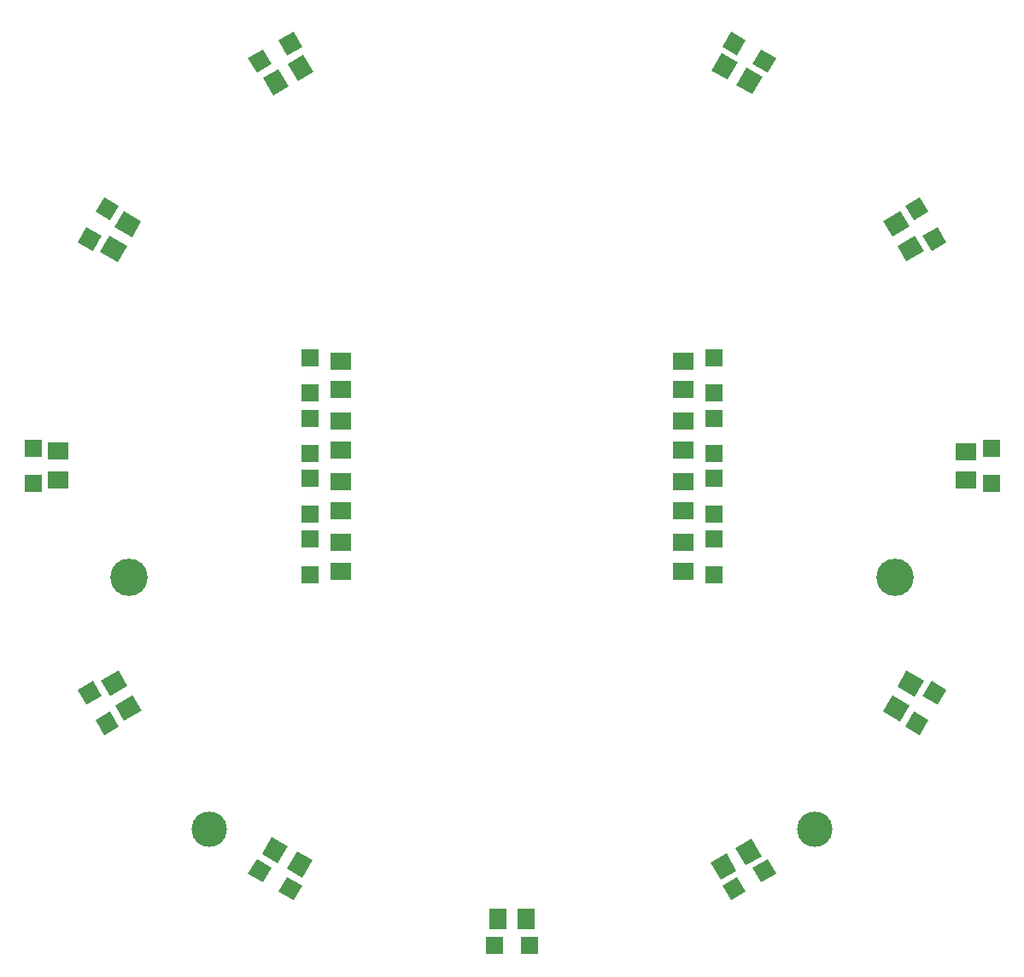
<source format=gts>
G04 EAGLE Gerber RS-274X export*
G75*
%MOMM*%
%FSLAX34Y34*%
%LPD*%
%INSoldermask Top*%
%IPPOS*%
%AMOC8*
5,1,8,0,0,1.08239X$1,22.5*%
G01*
%ADD10C,3.503200*%
%ADD11R,1.703200X1.703200*%
%ADD12R,1.703200X1.703200*%
%ADD13R,2.006200X1.803200*%
%ADD14R,1.803200X2.006200*%
%ADD15C,3.703200*%


D10*
X200000Y140000D03*
X800000Y140000D03*
D11*
X300000Y607500D03*
X300000Y572500D03*
D12*
G36*
X731478Y921867D02*
X722962Y907117D01*
X708212Y915633D01*
X716728Y930383D01*
X731478Y921867D01*
G37*
G36*
X761788Y904367D02*
X753272Y889617D01*
X738522Y898133D01*
X747038Y912883D01*
X761788Y904367D01*
G37*
G36*
X912883Y752038D02*
X898133Y743522D01*
X889617Y758272D01*
X904367Y766788D01*
X912883Y752038D01*
G37*
G36*
X930383Y721728D02*
X915633Y713212D01*
X907117Y727962D01*
X921867Y736478D01*
X930383Y721728D01*
G37*
D11*
X975000Y517500D03*
X975000Y482500D03*
D12*
G36*
X898133Y256478D02*
X912883Y247962D01*
X904367Y233212D01*
X889617Y241728D01*
X898133Y256478D01*
G37*
G36*
X915633Y286788D02*
X930383Y278272D01*
X921867Y263522D01*
X907117Y272038D01*
X915633Y286788D01*
G37*
G36*
X722962Y92883D02*
X731478Y78133D01*
X716728Y69617D01*
X708212Y84367D01*
X722962Y92883D01*
G37*
G36*
X753272Y110383D02*
X761788Y95633D01*
X747038Y87117D01*
X738522Y101867D01*
X753272Y110383D01*
G37*
D11*
X482500Y25000D03*
X517500Y25000D03*
D12*
G36*
X261478Y101867D02*
X252962Y87117D01*
X238212Y95633D01*
X246728Y110383D01*
X261478Y101867D01*
G37*
G36*
X291788Y84367D02*
X283272Y69617D01*
X268522Y78133D01*
X277038Y92883D01*
X291788Y84367D01*
G37*
G36*
X92883Y272038D02*
X78133Y263522D01*
X69617Y278272D01*
X84367Y286788D01*
X92883Y272038D01*
G37*
G36*
X110383Y241728D02*
X95633Y233212D01*
X87117Y247962D01*
X101867Y256478D01*
X110383Y241728D01*
G37*
D11*
X25000Y482500D03*
X25000Y517500D03*
X300000Y547500D03*
X300000Y512500D03*
D12*
G36*
X78133Y736478D02*
X92883Y727962D01*
X84367Y713212D01*
X69617Y721728D01*
X78133Y736478D01*
G37*
G36*
X95633Y766788D02*
X110383Y758272D01*
X101867Y743522D01*
X87117Y752038D01*
X95633Y766788D01*
G37*
G36*
X252962Y912883D02*
X261478Y898133D01*
X246728Y889617D01*
X238212Y904367D01*
X252962Y912883D01*
G37*
G36*
X283272Y930383D02*
X291788Y915633D01*
X277038Y907117D01*
X268522Y921867D01*
X283272Y930383D01*
G37*
D11*
X300000Y487500D03*
X300000Y452500D03*
X300000Y427500D03*
X300000Y392500D03*
X700000Y607500D03*
X700000Y572500D03*
X700000Y547500D03*
X700000Y512500D03*
X700000Y487500D03*
X700000Y452500D03*
X700000Y427500D03*
X700000Y392500D03*
D13*
X330000Y604220D03*
X330000Y575780D03*
D14*
G36*
X303138Y890531D02*
X287523Y881515D01*
X277492Y898889D01*
X293107Y907905D01*
X303138Y890531D01*
G37*
G36*
X278508Y876311D02*
X262893Y867295D01*
X252862Y884669D01*
X268477Y893685D01*
X278508Y876311D01*
G37*
D13*
X950000Y485980D03*
X950000Y514420D03*
D14*
G36*
X292107Y91695D02*
X276492Y100711D01*
X286523Y118085D01*
X302138Y109069D01*
X292107Y91695D01*
G37*
G36*
X267477Y105915D02*
X251862Y114931D01*
X261893Y132305D01*
X277508Y123289D01*
X267477Y105915D01*
G37*
G36*
X908305Y287107D02*
X899289Y271492D01*
X881915Y281523D01*
X890931Y297138D01*
X908305Y287107D01*
G37*
G36*
X894085Y262477D02*
X885069Y246862D01*
X867695Y256893D01*
X876711Y272508D01*
X894085Y262477D01*
G37*
G36*
X747138Y112931D02*
X731523Y103915D01*
X721492Y121289D01*
X737107Y130305D01*
X747138Y112931D01*
G37*
G36*
X722508Y98711D02*
X706893Y89695D01*
X696862Y107069D01*
X712477Y116085D01*
X722508Y98711D01*
G37*
X514220Y51000D03*
X485780Y51000D03*
D13*
X670000Y455780D03*
X670000Y484220D03*
X670000Y575780D03*
X670000Y604220D03*
X330000Y455780D03*
X330000Y484220D03*
D14*
G36*
X738107Y868695D02*
X722492Y877711D01*
X732523Y895085D01*
X748138Y886069D01*
X738107Y868695D01*
G37*
G36*
X713477Y882915D02*
X697862Y891931D01*
X707893Y909305D01*
X723508Y900289D01*
X713477Y882915D01*
G37*
G36*
X109569Y297538D02*
X118585Y281923D01*
X101211Y271892D01*
X92195Y287507D01*
X109569Y297538D01*
G37*
G36*
X123789Y272908D02*
X132805Y257293D01*
X115431Y247262D01*
X106415Y262877D01*
X123789Y272908D01*
G37*
G36*
X890931Y702862D02*
X881915Y718477D01*
X899289Y728508D01*
X908305Y712893D01*
X890931Y702862D01*
G37*
G36*
X876711Y727492D02*
X867695Y743107D01*
X885069Y753138D01*
X894085Y737523D01*
X876711Y727492D01*
G37*
D13*
X49500Y486180D03*
X49500Y514620D03*
D14*
G36*
X91695Y712293D02*
X100711Y727908D01*
X118085Y717877D01*
X109069Y702262D01*
X91695Y712293D01*
G37*
G36*
X105915Y736923D02*
X114931Y752538D01*
X132305Y742507D01*
X123289Y726892D01*
X105915Y736923D01*
G37*
D13*
X670000Y544220D03*
X670000Y515780D03*
X330000Y424220D03*
X330000Y395780D03*
X330000Y544220D03*
X330000Y515780D03*
X670000Y395780D03*
X670000Y424220D03*
D15*
X120000Y390000D03*
X880000Y390000D03*
M02*

</source>
